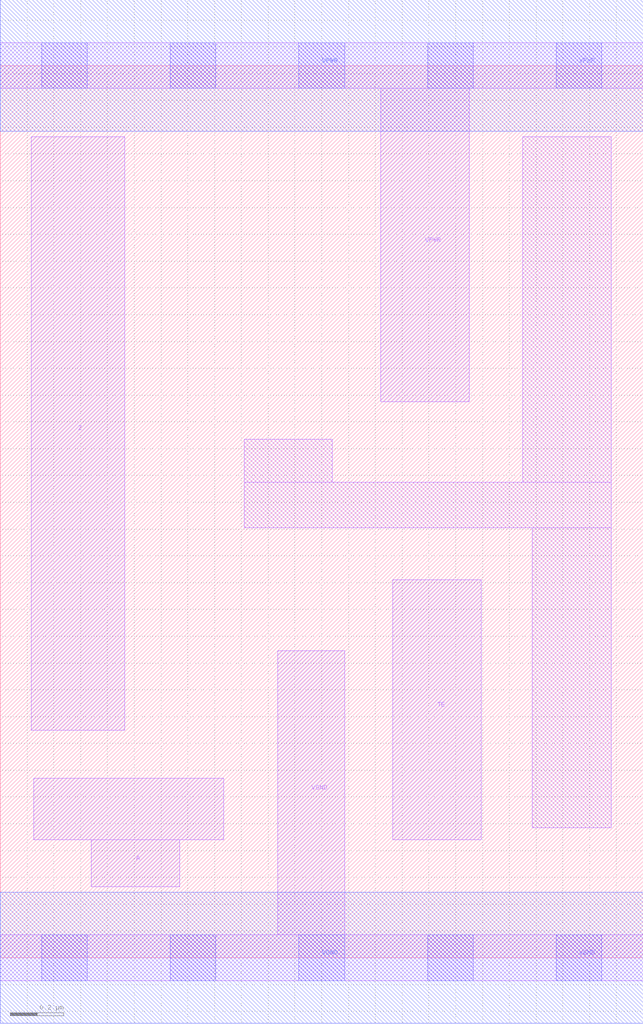
<source format=lef>
# Copyright 2020 The SkyWater PDK Authors
#
# Licensed under the Apache License, Version 2.0 (the "License");
# you may not use this file except in compliance with the License.
# You may obtain a copy of the License at
#
#     https://www.apache.org/licenses/LICENSE-2.0
#
# Unless required by applicable law or agreed to in writing, software
# distributed under the License is distributed on an "AS IS" BASIS,
# WITHOUT WARRANTIES OR CONDITIONS OF ANY KIND, either express or implied.
# See the License for the specific language governing permissions and
# limitations under the License.
#
# SPDX-License-Identifier: Apache-2.0

VERSION 5.7 ;
  NAMESCASESENSITIVE ON ;
  NOWIREEXTENSIONATPIN ON ;
  DIVIDERCHAR "/" ;
  BUSBITCHARS "[]" ;
UNITS
  DATABASE MICRONS 200 ;
END UNITS
MACRO sky130_fd_sc_lp__einvp_lp
  CLASS CORE ;
  SOURCE USER ;
  FOREIGN sky130_fd_sc_lp__einvp_lp ;
  ORIGIN  0.000000  0.000000 ;
  SIZE  2.400000 BY  3.330000 ;
  SYMMETRY X Y R90 ;
  SITE unit ;
  PIN A
    ANTENNAGATEAREA  0.313000 ;
    DIRECTION INPUT ;
    USE SIGNAL ;
    PORT
      LAYER li1 ;
        RECT 0.125000 0.440000 0.835000 0.670000 ;
        RECT 0.340000 0.265000 0.670000 0.440000 ;
    END
  END A
  PIN TE
    ANTENNAGATEAREA  0.439000 ;
    DIRECTION INPUT ;
    USE SIGNAL ;
    PORT
      LAYER li1 ;
        RECT 1.465000 0.440000 1.795000 1.410000 ;
    END
  END TE
  PIN Z
    ANTENNADIFFAREA  0.448450 ;
    DIRECTION OUTPUT ;
    USE SIGNAL ;
    PORT
      LAYER li1 ;
        RECT 0.115000 0.850000 0.465000 3.065000 ;
    END
  END Z
  PIN VGND
    DIRECTION INOUT ;
    USE GROUND ;
    PORT
      LAYER li1 ;
        RECT 0.000000 -0.085000 2.400000 0.085000 ;
        RECT 1.035000  0.085000 1.285000 1.145000 ;
      LAYER mcon ;
        RECT 0.155000 -0.085000 0.325000 0.085000 ;
        RECT 0.635000 -0.085000 0.805000 0.085000 ;
        RECT 1.115000 -0.085000 1.285000 0.085000 ;
        RECT 1.595000 -0.085000 1.765000 0.085000 ;
        RECT 2.075000 -0.085000 2.245000 0.085000 ;
      LAYER met1 ;
        RECT 0.000000 -0.245000 2.400000 0.245000 ;
    END
  END VGND
  PIN VPWR
    DIRECTION INOUT ;
    USE POWER ;
    PORT
      LAYER li1 ;
        RECT 0.000000 3.245000 2.400000 3.415000 ;
        RECT 1.420000 2.075000 1.750000 3.245000 ;
      LAYER mcon ;
        RECT 0.155000 3.245000 0.325000 3.415000 ;
        RECT 0.635000 3.245000 0.805000 3.415000 ;
        RECT 1.115000 3.245000 1.285000 3.415000 ;
        RECT 1.595000 3.245000 1.765000 3.415000 ;
        RECT 2.075000 3.245000 2.245000 3.415000 ;
      LAYER met1 ;
        RECT 0.000000 3.085000 2.400000 3.575000 ;
    END
  END VPWR
  OBS
    LAYER li1 ;
      RECT 0.910000 1.605000 2.280000 1.775000 ;
      RECT 0.910000 1.775000 1.240000 1.935000 ;
      RECT 1.950000 1.775000 2.280000 3.065000 ;
      RECT 1.985000 0.485000 2.280000 1.605000 ;
  END
END sky130_fd_sc_lp__einvp_lp

</source>
